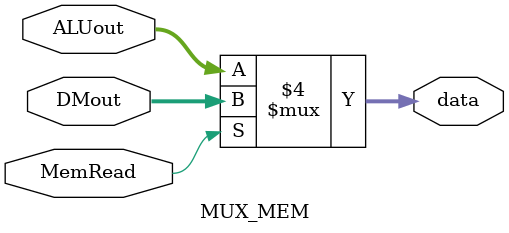
<source format=v>
`default_nettype wire

module MUX_MEM(
    input MemRead,
    input [31:0] ALUout,
    input [31:0] DMout,
    output reg [31:0] data
    );

    always @(*) begin
        if (MemRead == 1) data = DMout;
        else data = ALUout;
    end

endmodule
</source>
